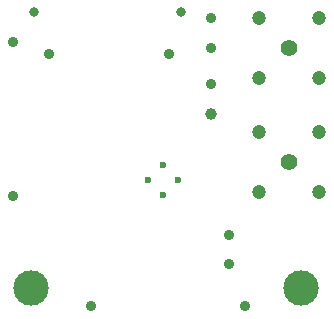
<source format=gbr>
G04 Generated by Ultiboard 10.0 *
%FSLAX25Y25*%
%MOIN*%

%ADD12C,0.11811*%
%ADD44C,0.04724*%
%ADD45C,0.05512*%
%ADD17C,0.03543*%
%ADD16C,0.03150*%
%ADD11C,0.02362*%
%ADD18C,0.03917*%
%ADD13C,0.03500*%


G04 ColorRGB 000000 for the following layer *
%LNBohrung-Copper Top-Copper Bottom*%
%LPD*%
%FSLAX25Y25*%
%MOIN*%
G54D12*
X14000Y32000D03*
X104000Y32000D03*
G54D44*
X90000Y122000D03*
X110000Y122000D03*
X90000Y102000D03*
X110000Y102000D03*
X90000Y64000D03*
X110000Y64000D03*
X90000Y84000D03*
X110000Y84000D03*
G54D45*
X100000Y112000D03*
X100000Y74000D03*
G54D17*
X74000Y112157D03*
X74000Y122000D03*
X34000Y26000D03*
X85181Y26000D03*
X60000Y110000D03*
X20000Y110000D03*
X8000Y62819D03*
X8000Y114000D03*
X80000Y49843D03*
X80000Y40000D03*
G54D16*
X64000Y124000D03*
X14787Y124000D03*
G54D11*
X63000Y68000D03*
X58000Y63000D03*
X58000Y73000D03*
X53000Y68000D03*
G54D18*
X74000Y90000D03*
G54D13*
X74000Y100000D03*

M00*

</source>
